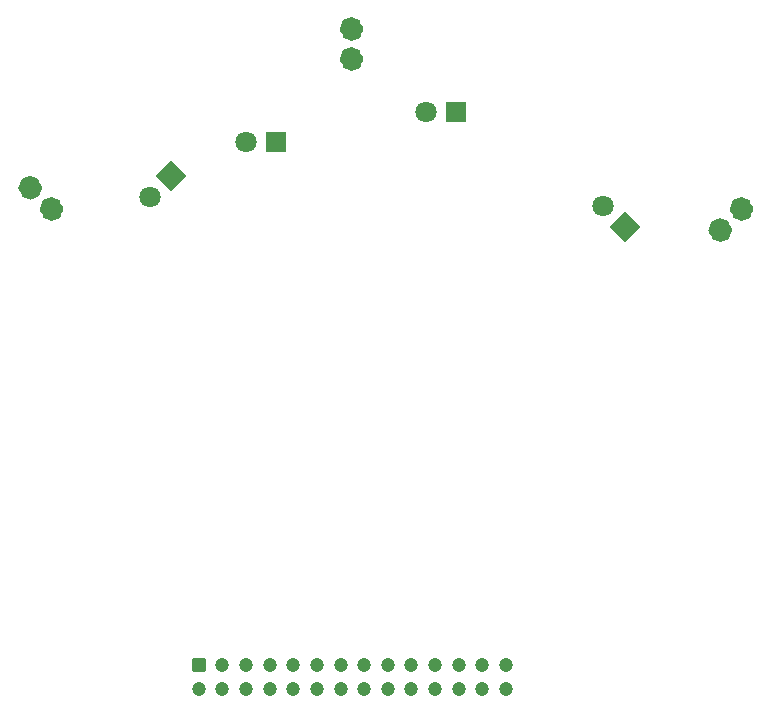
<source format=gbr>
%TF.GenerationSoftware,KiCad,Pcbnew,(7.0.0)*%
%TF.CreationDate,2024-03-24T23:30:49+02:00*%
%TF.ProjectId,Sensing Subsystem,53656e73-696e-4672-9053-756273797374,rev?*%
%TF.SameCoordinates,Original*%
%TF.FileFunction,Soldermask,Bot*%
%TF.FilePolarity,Negative*%
%FSLAX46Y46*%
G04 Gerber Fmt 4.6, Leading zero omitted, Abs format (unit mm)*
G04 Created by KiCad (PCBNEW (7.0.0)) date 2024-03-24 23:30:49*
%MOMM*%
%LPD*%
G01*
G04 APERTURE LIST*
G04 Aperture macros list*
%AMRoundRect*
0 Rectangle with rounded corners*
0 $1 Rounding radius*
0 $2 $3 $4 $5 $6 $7 $8 $9 X,Y pos of 4 corners*
0 Add a 4 corners polygon primitive as box body*
4,1,4,$2,$3,$4,$5,$6,$7,$8,$9,$2,$3,0*
0 Add four circle primitives for the rounded corners*
1,1,$1+$1,$2,$3*
1,1,$1+$1,$4,$5*
1,1,$1+$1,$6,$7*
1,1,$1+$1,$8,$9*
0 Add four rect primitives between the rounded corners*
20,1,$1+$1,$2,$3,$4,$5,0*
20,1,$1+$1,$4,$5,$6,$7,0*
20,1,$1+$1,$6,$7,$8,$9,0*
20,1,$1+$1,$8,$9,$2,$3,0*%
%AMRotRect*
0 Rectangle, with rotation*
0 The origin of the aperture is its center*
0 $1 length*
0 $2 width*
0 $3 Rotation angle, in degrees counterclockwise*
0 Add horizontal line*
21,1,$1,$2,0,0,$3*%
G04 Aperture macros list end*
%ADD10C,1.000000*%
%ADD11R,1.800000X1.800000*%
%ADD12C,1.800000*%
%ADD13RotRect,1.800000X1.800000X225.000000*%
%ADD14RoundRect,0.250000X-0.350000X-0.350000X0.350000X-0.350000X0.350000X0.350000X-0.350000X0.350000X0*%
%ADD15C,1.200000*%
%ADD16RotRect,1.800000X1.800000X135.000000*%
G04 APERTURE END LIST*
D10*
%TO.C,D6*%
X140943975Y-82023974D02*
G75*
G03*
X140943975Y-82023974I-500001J0D01*
G01*
X142740025Y-83820026D02*
G75*
G03*
X142740025Y-83820026I-499999J0D01*
G01*
%TO.C,D4*%
X168140000Y-68580000D02*
G75*
G03*
X168140000Y-68580000I-500000J0D01*
G01*
X168140000Y-71120000D02*
G75*
G03*
X168140000Y-71120000I-500000J0D01*
G01*
%TO.C,D3*%
X201160027Y-83819974D02*
G75*
G03*
X201160027Y-83819974I-500001J0D01*
G01*
X199363973Y-85616026D02*
G75*
G03*
X199363973Y-85616026I-499999J0D01*
G01*
%TD*%
D11*
%TO.C,D5*%
X176534999Y-75594999D03*
D12*
X173995000Y-75595000D03*
%TD*%
D13*
%TO.C,D1*%
X152399999Y-81002699D03*
D12*
X150603949Y-82798751D03*
%TD*%
D14*
%TO.C,J2*%
X154720000Y-122460000D03*
D15*
X154720000Y-124460000D03*
X156720000Y-122460000D03*
X156720000Y-124460000D03*
X158720000Y-122460000D03*
X158720000Y-124460000D03*
X160720000Y-122460000D03*
X160720000Y-124460000D03*
X162720000Y-122460000D03*
X162720000Y-124460000D03*
X164720000Y-122460000D03*
X164720000Y-124460000D03*
X166720000Y-122460000D03*
X166720000Y-124460000D03*
X168720000Y-122460000D03*
X168720000Y-124460000D03*
X170720000Y-122460000D03*
X170720000Y-124460000D03*
X172720000Y-122460000D03*
X172720000Y-124460000D03*
X174720000Y-122460000D03*
X174720000Y-124460000D03*
X176720000Y-122460000D03*
X176720000Y-124460000D03*
X178720000Y-122460000D03*
X178720000Y-124460000D03*
X180720000Y-122460000D03*
X180720000Y-124460000D03*
%TD*%
D16*
%TO.C,D8*%
X190777299Y-85345899D03*
D12*
X188981249Y-83549849D03*
%TD*%
D11*
%TO.C,D2*%
X161294999Y-78134999D03*
D12*
X158755000Y-78135000D03*
%TD*%
M02*

</source>
